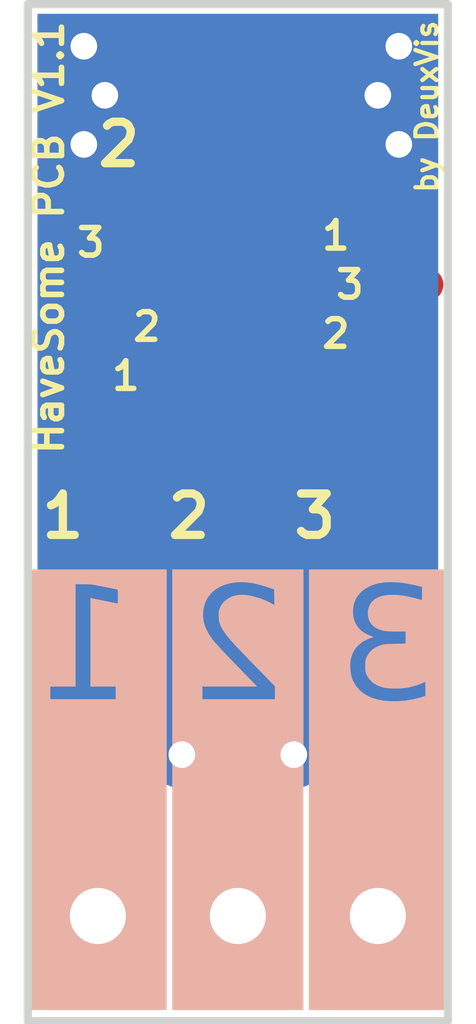
<source format=kicad_pcb>
(kicad_pcb (version 4) (host pcbnew 4.0.5-e0-6337~49~ubuntu14.04.1)

  (general
    (links 23)
    (no_connects 1)
    (area 122.118837 92.2116 157.281163 115.475733)
    (thickness 1.6)
    (drawings 22)
    (tracks 98)
    (zones 0)
    (modules 14)
    (nets 4)
  )

  (page A4 portrait)
  (title_block
    (title HaveSomePCB)
    (date 2017-01-18)
    (rev 1.1)
    (company DeuxVis)
  )

  (layers
    (0 F.Cu signal)
    (31 B.Cu signal)
    (32 B.Adhes user)
    (33 F.Adhes user)
    (34 B.Paste user)
    (35 F.Paste user)
    (36 B.SilkS user)
    (37 F.SilkS user)
    (38 B.Mask user)
    (39 F.Mask user)
    (40 Dwgs.User user)
    (41 Cmts.User user)
    (42 Eco1.User user)
    (43 Eco2.User user)
    (44 Edge.Cuts user)
    (45 Margin user)
    (46 B.CrtYd user)
    (47 F.CrtYd user)
    (48 B.Fab user)
    (49 F.Fab user)
  )

  (setup
    (last_trace_width 0.1524)
    (user_trace_width 0.1524)
    (user_trace_width 0.2286)
    (user_trace_width 0.3048)
    (user_trace_width 0.6096)
    (user_trace_width 0.9144)
    (user_trace_width 1.2192)
    (trace_clearance 0.1524)
    (zone_clearance 0.1)
    (zone_45_only no)
    (trace_min 0.1524)
    (segment_width 0.2)
    (edge_width 0.15)
    (via_size 0.6858)
    (via_drill 0.3302)
    (via_min_size 0.6858)
    (via_min_drill 0.3302)
    (user_via 0.6858 0.3302)
    (user_via 0.8382 0.4826)
    (user_via 0.9906 0.635)
    (uvia_size 0.762)
    (uvia_drill 0.508)
    (uvias_allowed no)
    (uvia_min_size 0.0762)
    (uvia_min_drill 0.0508)
    (pcb_text_width 0.3)
    (pcb_text_size 1.5 1.5)
    (mod_edge_width 0.15)
    (mod_text_size 1 1)
    (mod_text_width 0.15)
    (pad_size 2.6576 2.032)
    (pad_drill 0)
    (pad_to_mask_clearance 0.2)
    (aux_axis_origin 0 0)
    (grid_origin 135.89 93.98)
    (visible_elements 7FFCFFFF)
    (pcbplotparams
      (layerselection 0x010f0_80000001)
      (usegerberextensions true)
      (excludeedgelayer true)
      (linewidth 0.100000)
      (plotframeref false)
      (viasonmask false)
      (mode 1)
      (useauxorigin false)
      (hpglpennumber 1)
      (hpglpenspeed 20)
      (hpglpendiameter 15)
      (hpglpenoverlay 2)
      (psnegative false)
      (psa4output false)
      (plotreference true)
      (plotvalue true)
      (plotinvisibletext false)
      (padsonsilk false)
      (subtractmaskfromsilk false)
      (outputformat 1)
      (mirror false)
      (drillshape 0)
      (scaleselection 1)
      (outputdirectory gerbers))
  )

  (net 0 "")
  (net 1 "Net-(PINS1-Pad2)")
  (net 2 "Net-(PINS1-Pad1)")
  (net 3 "Net-(PINS1-Pad3)")

  (net_class Default "Ceci est la Netclass par défaut"
    (clearance 0.1524)
    (trace_width 0.1524)
    (via_dia 0.6858)
    (via_drill 0.3302)
    (uvia_dia 0.762)
    (uvia_drill 0.508)
    (add_net "Net-(PINS1-Pad1)")
    (add_net "Net-(PINS1-Pad2)")
    (add_net "Net-(PINS1-Pad3)")
  )

  (net_class Beefier ""
    (clearance 0.1524)
    (trace_width 0.2286)
    (via_dia 0.8382)
    (via_drill 0.4826)
    (uvia_dia 0.762)
    (uvia_drill 0.508)
  )

  (net_class Gross ""
    (clearance 0.1524)
    (trace_width 0.3048)
    (via_dia 0.9906)
    (via_drill 0.635)
    (uvia_dia 0.762)
    (uvia_drill 0.508)
  )

  (module Measurement_Points:Measurement_Point_Square-SMD-Pad_Big (layer B.Cu) (tedit 587F627E) (tstamp 575C2CF3)
    (at 139.7 96.139)
    (descr "Mesurement Point, Square, SMD Pad,  3mm x 3mm,")
    (tags "Mesurement Point Square SMD Pad 3x3mm")
    (attr virtual)
    (fp_text reference REF**22 (at 0 3) (layer B.SilkS) hide
      (effects (font (size 1 1) (thickness 0.15)) (justify mirror))
    )
    (fp_text value Measurement_Point_Square-SMD-Pad_Big (at 0 -3) (layer B.Fab)
      (effects (font (size 1 1) (thickness 0.15)) (justify mirror))
    )
    (fp_line (start -1.75 1.75) (end 1.75 1.75) (layer B.CrtYd) (width 0.05))
    (fp_line (start 1.75 1.75) (end 1.75 -1.75) (layer B.CrtYd) (width 0.05))
    (fp_line (start 1.75 -1.75) (end -1.75 -1.75) (layer B.CrtYd) (width 0.05))
    (fp_line (start -1.75 -1.75) (end -1.75 1.75) (layer B.CrtYd) (width 0.05))
    (pad 1 smd rect (at 0 0) (size 3 3) (layers B.Cu B.Mask)
      (net 1 "Net-(PINS1-Pad2)"))
  )

  (module Measurement_Points:Measurement_Point_Square-SMD-Pad_Big (layer B.Cu) (tedit 587F6295) (tstamp 575C2C2D)
    (at 141.224 99.187)
    (descr "Mesurement Point, Square, SMD Pad,  3mm x 3mm,")
    (tags "Mesurement Point Square SMD Pad 3x3mm")
    (attr virtual)
    (fp_text reference REF**22 (at 0 3) (layer B.SilkS) hide
      (effects (font (size 1 1) (thickness 0.15)) (justify mirror))
    )
    (fp_text value Measurement_Point_Square-SMD-Pad_Big (at 0 -3) (layer B.Fab)
      (effects (font (size 1 1) (thickness 0.15)) (justify mirror))
    )
    (fp_line (start -1.75 1.75) (end 1.75 1.75) (layer B.CrtYd) (width 0.05))
    (fp_line (start 1.75 1.75) (end 1.75 -1.75) (layer B.CrtYd) (width 0.05))
    (fp_line (start 1.75 -1.75) (end -1.75 -1.75) (layer B.CrtYd) (width 0.05))
    (fp_line (start -1.75 -1.75) (end -1.75 1.75) (layer B.CrtYd) (width 0.05))
    (pad 1 smd rect (at 0 0) (size 3 3) (layers B.Cu B.Mask)
      (net 1 "Net-(PINS1-Pad2)"))
  )

  (module Measurement_Points:Measurement_Point_Square-SMD-Pad_Big (layer B.Cu) (tedit 587F6288) (tstamp 575C2C25)
    (at 138.176 99.187)
    (descr "Mesurement Point, Square, SMD Pad,  3mm x 3mm,")
    (tags "Mesurement Point Square SMD Pad 3x3mm")
    (zone_connect 2)
    (attr virtual)
    (fp_text reference REF**12 (at 0 3) (layer B.SilkS) hide
      (effects (font (size 1 1) (thickness 0.15)) (justify mirror))
    )
    (fp_text value Measurement_Point_Square-SMD-Pad_Big (at 0 -3) (layer B.Fab)
      (effects (font (size 1 1) (thickness 0.15)) (justify mirror))
    )
    (fp_line (start -1.75 1.75) (end 1.75 1.75) (layer B.CrtYd) (width 0.05))
    (fp_line (start 1.75 1.75) (end 1.75 -1.75) (layer B.CrtYd) (width 0.05))
    (fp_line (start 1.75 -1.75) (end -1.75 -1.75) (layer B.CrtYd) (width 0.05))
    (fp_line (start -1.75 -1.75) (end -1.75 1.75) (layer B.CrtYd) (width 0.05))
    (pad 1 smd rect (at 0 0) (size 3 3) (layers B.Cu B.Mask)
      (net 1 "Net-(PINS1-Pad2)") (zone_connect 2))
  )

  (module Measurement_Points:Measurement_Point_Square-SMD-Pad_Big (layer B.Cu) (tedit 587F62A9) (tstamp 575C2C3D)
    (at 141.224 102.235)
    (descr "Mesurement Point, Square, SMD Pad,  3mm x 3mm,")
    (tags "Mesurement Point Square SMD Pad 3x3mm")
    (attr virtual)
    (fp_text reference REF**23 (at 0 3) (layer B.SilkS) hide
      (effects (font (size 1 1) (thickness 0.15)) (justify mirror))
    )
    (fp_text value Measurement_Point_Square-SMD-Pad_Big (at 0 -3) (layer B.Fab)
      (effects (font (size 1 1) (thickness 0.15)) (justify mirror))
    )
    (fp_line (start -1.75 1.75) (end 1.75 1.75) (layer B.CrtYd) (width 0.05))
    (fp_line (start 1.75 1.75) (end 1.75 -1.75) (layer B.CrtYd) (width 0.05))
    (fp_line (start 1.75 -1.75) (end -1.75 -1.75) (layer B.CrtYd) (width 0.05))
    (fp_line (start -1.75 -1.75) (end -1.75 1.75) (layer B.CrtYd) (width 0.05))
    (pad 1 smd rect (at 0 0) (size 3 3) (layers B.Cu B.Mask)
      (net 1 "Net-(PINS1-Pad2)"))
  )

  (module Measurement_Points:Measurement_Point_Square-SMD-Pad_Big (layer B.Cu) (tedit 587F629E) (tstamp 575C2C35)
    (at 138.176 102.235)
    (descr "Mesurement Point, Square, SMD Pad,  3mm x 3mm,")
    (tags "Mesurement Point Square SMD Pad 3x3mm")
    (zone_connect 2)
    (attr virtual)
    (fp_text reference REF**13 (at 0 3) (layer B.SilkS) hide
      (effects (font (size 1 1) (thickness 0.15)) (justify mirror))
    )
    (fp_text value Measurement_Point_Square-SMD-Pad_Big (at 0 -3) (layer B.Fab)
      (effects (font (size 1 1) (thickness 0.15)) (justify mirror))
    )
    (fp_line (start -1.75 1.75) (end 1.75 1.75) (layer B.CrtYd) (width 0.05))
    (fp_line (start 1.75 1.75) (end 1.75 -1.75) (layer B.CrtYd) (width 0.05))
    (fp_line (start 1.75 -1.75) (end -1.75 -1.75) (layer B.CrtYd) (width 0.05))
    (fp_line (start -1.75 -1.75) (end -1.75 1.75) (layer B.CrtYd) (width 0.05))
    (pad 1 smd rect (at 0 0) (size 3 3) (layers B.Cu B.Mask)
      (net 1 "Net-(PINS1-Pad2)") (zone_connect 2))
  )

  (module SOT-23 (layer F.Cu) (tedit 57516026) (tstamp 571A3644)
    (at 137.795 99.06)
    (descr "SOT-23, Standard")
    (tags SOT-23)
    (path /571A0781)
    (attr smd)
    (fp_text reference SOT23 (at 0 -2.25) (layer F.SilkS) hide
      (effects (font (size 1 1) (thickness 0.15)))
    )
    (fp_text value APE8865NL-33-HF-3 (at 0 2.3) (layer F.Fab)
      (effects (font (size 1 1) (thickness 0.15)))
    )
    (fp_line (start -1.65 -1.6) (end 1.65 -1.6) (layer F.CrtYd) (width 0.05))
    (fp_line (start 1.65 -1.6) (end 1.65 1.6) (layer F.CrtYd) (width 0.05))
    (fp_line (start 1.65 1.6) (end -1.65 1.6) (layer F.CrtYd) (width 0.05))
    (fp_line (start -1.65 1.6) (end -1.65 -1.6) (layer F.CrtYd) (width 0.05))
    (pad 1 smd rect (at -0.95 1.00076) (size 0.8001 0.8001) (layers F.Cu F.Paste F.Mask)
      (net 2 "Net-(PINS1-Pad1)"))
    (pad 2 smd rect (at 0.95 1.00076) (size 0.8001 0.8001) (layers F.Cu F.Paste F.Mask)
      (net 1 "Net-(PINS1-Pad2)"))
    (pad 3 smd rect (at 0 -0.99822) (size 0.8001 0.8001) (layers F.Cu F.Paste F.Mask)
      (net 3 "Net-(PINS1-Pad3)"))
    (model TO_SOT_Packages_SMD.3dshapes/SOT-23.wrl
      (at (xyz 0 0 0))
      (scale (xyz 1 1 1))
      (rotate (xyz 0 0 0))
    )
  )

  (module SOT-223 (layer F.Cu) (tedit 587F62F4) (tstamp 571A364C)
    (at 139.7 99.06)
    (descr "module CMS SOT223 4 pins")
    (tags "CMS SOT")
    (path /571A050A)
    (attr smd)
    (fp_text reference SOT223 (at 0 -0.762) (layer F.SilkS) hide
      (effects (font (size 1 1) (thickness 0.15)))
    )
    (fp_text value LD1117S33CTR (at 0 0.762) (layer F.Fab)
      (effects (font (size 1 1) (thickness 0.15)))
    )
    (pad 4 smd rect (at 0 -3.302) (size 3.6576 2.032) (layers F.Cu F.Paste F.Mask)
      (net 1 "Net-(PINS1-Pad2)"))
    (pad 2 smd rect (at 0 3.302) (size 1.016 2.032) (layers F.Cu F.Paste F.Mask)
      (net 1 "Net-(PINS1-Pad2)"))
    (pad 3 smd rect (at 2.286 3.302) (size 1.016 2.032) (layers F.Cu F.Paste F.Mask)
      (net 3 "Net-(PINS1-Pad3)"))
    (pad 1 smd rect (at -2.286 3.302) (size 1.016 2.032) (layers F.Cu F.Paste F.Mask)
      (net 2 "Net-(PINS1-Pad1)"))
    (model TO_SOT_Packages_SMD.3dshapes/SOT-223.wrl
      (at (xyz 0 0 0))
      (scale (xyz 0.4 0.4 0.4))
      (rotate (xyz 0 0 0))
    )
  )

  (module SOT-323 (layer F.Cu) (tedit 5751601E) (tstamp 571A3653)
    (at 141.605 99.06 90)
    (tags "SMD SOT")
    (path /571A0B46)
    (attr smd)
    (fp_text reference SOT323 (at 0.127 -2.032 90) (layer F.SilkS) hide
      (effects (font (size 1 1) (thickness 0.15)))
    )
    (fp_text value BFR92 (at 0 0 90) (layer F.Fab)
      (effects (font (size 1 1) (thickness 0.15)))
    )
    (pad 2 smd rect (at -0.65024 -0.94996 90) (size 0.59944 1.00076) (layers F.Cu F.Paste F.Mask)
      (net 1 "Net-(PINS1-Pad2)"))
    (pad 1 smd rect (at 0.65024 -0.94996 90) (size 0.59944 1.00076) (layers F.Cu F.Paste F.Mask)
      (net 2 "Net-(PINS1-Pad1)"))
    (pad 3 smd rect (at 0 0.94996 90) (size 0.59944 1.00076) (layers F.Cu F.Paste F.Mask)
      (net 3 "Net-(PINS1-Pad3)"))
    (model TO_SOT_Packages_SMD.3dshapes/SOT-323.wrl
      (at (xyz 0 0 0.001))
      (scale (xyz 0.3937 0.3937 0.3937))
      (rotate (xyz 0 0 0))
    )
  )

  (module R_0402 (layer F.Cu) (tedit 5751600D) (tstamp 571A37EF)
    (at 141.732 106.045 180)
    (descr "Resistor SMD 0402, reflow soldering, Vishay (see dcrcw.pdf)")
    (tags "resistor 0402")
    (path /571A0063)
    (attr smd)
    (fp_text reference SMD402 (at 0 -1.8 180) (layer F.SilkS) hide
      (effects (font (size 1 1) (thickness 0.15)))
    )
    (fp_text value R0402 (at 0 1.8 180) (layer F.Fab)
      (effects (font (size 1 1) (thickness 0.15)))
    )
    (fp_line (start -0.95 -0.65) (end 0.95 -0.65) (layer F.CrtYd) (width 0.05))
    (fp_line (start -0.95 0.65) (end 0.95 0.65) (layer F.CrtYd) (width 0.05))
    (fp_line (start -0.95 -0.65) (end -0.95 0.65) (layer F.CrtYd) (width 0.05))
    (fp_line (start 0.95 -0.65) (end 0.95 0.65) (layer F.CrtYd) (width 0.05))
    (pad 1 smd rect (at -0.45 0 180) (size 0.4 0.6) (layers F.Cu F.Paste F.Mask)
      (net 3 "Net-(PINS1-Pad3)"))
    (pad 2 smd rect (at 0.45 0 180) (size 0.4 0.6) (layers F.Cu F.Paste F.Mask)
      (net 1 "Net-(PINS1-Pad2)"))
    (model Resistors_SMD.3dshapes/R_0402.wrl
      (at (xyz 0 0 0))
      (scale (xyz 1 1 1))
      (rotate (xyz 0 0 0))
    )
  )

  (module R_0603 (layer F.Cu) (tedit 57516003) (tstamp 571A37F5)
    (at 138.303 106.045 180)
    (descr "Resistor SMD 0603, reflow soldering, Vishay (see dcrcw.pdf)")
    (tags "resistor 0603")
    (path /571A0145)
    (attr smd)
    (fp_text reference SMD603 (at 0 -1.9 180) (layer F.SilkS) hide
      (effects (font (size 1 1) (thickness 0.15)))
    )
    (fp_text value R0603 (at 0 1.9 180) (layer F.Fab)
      (effects (font (size 1 1) (thickness 0.15)))
    )
    (fp_line (start -1.3 -0.8) (end 1.3 -0.8) (layer F.CrtYd) (width 0.05))
    (fp_line (start -1.3 0.8) (end 1.3 0.8) (layer F.CrtYd) (width 0.05))
    (fp_line (start -1.3 -0.8) (end -1.3 0.8) (layer F.CrtYd) (width 0.05))
    (fp_line (start 1.3 -0.8) (end 1.3 0.8) (layer F.CrtYd) (width 0.05))
    (pad 1 smd rect (at -0.75 0 180) (size 0.5 0.9) (layers F.Cu F.Paste F.Mask)
      (net 1 "Net-(PINS1-Pad2)"))
    (pad 2 smd rect (at 0.75 0 180) (size 0.5 0.9) (layers F.Cu F.Paste F.Mask)
      (net 2 "Net-(PINS1-Pad1)"))
    (model Resistors_SMD.3dshapes/R_0603.wrl
      (at (xyz 0 0 0))
      (scale (xyz 1 1 1))
      (rotate (xyz 0 0 0))
    )
  )

  (module R_0805 (layer F.Cu) (tedit 57516015) (tstamp 571A37FB)
    (at 141.732 106.045 180)
    (descr "Resistor SMD 0805, reflow soldering, Vishay (see dcrcw.pdf)")
    (tags "resistor 0805")
    (path /571A01CF)
    (attr smd)
    (fp_text reference SMD805 (at 0 -2.1 180) (layer F.SilkS) hide
      (effects (font (size 1 1) (thickness 0.15)))
    )
    (fp_text value R0805 (at 0 2.1 180) (layer F.Fab)
      (effects (font (size 1 1) (thickness 0.15)))
    )
    (fp_line (start -1.6 -1) (end 1.6 -1) (layer F.CrtYd) (width 0.05))
    (fp_line (start -1.6 1) (end 1.6 1) (layer F.CrtYd) (width 0.05))
    (fp_line (start -1.6 -1) (end -1.6 1) (layer F.CrtYd) (width 0.05))
    (fp_line (start 1.6 -1) (end 1.6 1) (layer F.CrtYd) (width 0.05))
    (pad 1 smd rect (at -0.95 0 180) (size 0.7 1.3) (layers F.Cu F.Paste F.Mask)
      (net 3 "Net-(PINS1-Pad3)"))
    (pad 2 smd rect (at 0.95 0 180) (size 0.7 1.3) (layers F.Cu F.Paste F.Mask)
      (net 1 "Net-(PINS1-Pad2)"))
    (model Resistors_SMD.3dshapes/R_0805.wrl
      (at (xyz 0 0 0))
      (scale (xyz 1 1 1))
      (rotate (xyz 0 0 0))
    )
  )

  (module R_1206 (layer F.Cu) (tedit 57515FF6) (tstamp 571A3801)
    (at 138.303 106.045 180)
    (descr "Resistor SMD 1206, reflow soldering, Vishay (see dcrcw.pdf)")
    (tags "resistor 1206")
    (path /571A0284)
    (attr smd)
    (fp_text reference SMD1206 (at 0 -2.3 180) (layer F.SilkS) hide
      (effects (font (size 1 1) (thickness 0.15)))
    )
    (fp_text value R1206 (at 0 2.3 180) (layer F.Fab)
      (effects (font (size 1 1) (thickness 0.15)))
    )
    (fp_line (start -2.2 -1.2) (end 2.2 -1.2) (layer F.CrtYd) (width 0.05))
    (fp_line (start -2.2 1.2) (end 2.2 1.2) (layer F.CrtYd) (width 0.05))
    (fp_line (start -2.2 -1.2) (end -2.2 1.2) (layer F.CrtYd) (width 0.05))
    (fp_line (start 2.2 -1.2) (end 2.2 1.2) (layer F.CrtYd) (width 0.05))
    (pad 1 smd rect (at -1.45 0 180) (size 0.9 1.7) (layers F.Cu F.Paste F.Mask)
      (net 1 "Net-(PINS1-Pad2)"))
    (pad 2 smd rect (at 1.45 0 180) (size 0.9 1.7) (layers F.Cu F.Paste F.Mask)
      (net 2 "Net-(PINS1-Pad1)"))
    (model Resistors_SMD.3dshapes/R_1206.wrl
      (at (xyz 0 0 0))
      (scale (xyz 1 1 1))
      (rotate (xyz 0 0 0))
    )
  )

  (module Pin_Header_Straight_1x03 (layer F.Cu) (tedit 57515FB6) (tstamp 571A391E)
    (at 137.16 110.49 90)
    (descr "Through hole pin header")
    (tags "pin header")
    (path /571A0381)
    (fp_text reference PINS1 (at 0 -5.1 90) (layer F.SilkS) hide
      (effects (font (size 1 1) (thickness 0.15)))
    )
    (fp_text value CONN_01X03 (at 0 -3.1 90) (layer F.Fab)
      (effects (font (size 1 1) (thickness 0.15)))
    )
    (fp_line (start -1.75 -1.75) (end -1.75 6.85) (layer F.CrtYd) (width 0.05))
    (fp_line (start 1.75 -1.75) (end 1.75 6.85) (layer F.CrtYd) (width 0.05))
    (fp_line (start -1.75 -1.75) (end 1.75 -1.75) (layer F.CrtYd) (width 0.05))
    (fp_line (start -1.75 6.85) (end 1.75 6.85) (layer F.CrtYd) (width 0.05))
    (pad 1 thru_hole rect (at 0 0 90) (size 2.032 1.7272) (drill 1.016) (layers *.Cu *.Mask F.SilkS)
      (net 2 "Net-(PINS1-Pad1)"))
    (pad 2 thru_hole oval (at 0 2.54 90) (size 2.032 1.7272) (drill 1.016) (layers *.Cu *.Mask F.SilkS)
      (net 1 "Net-(PINS1-Pad2)"))
    (pad 3 thru_hole oval (at 0 5.08 90) (size 2.032 1.7272) (drill 1.016) (layers *.Cu *.Mask F.SilkS)
      (net 3 "Net-(PINS1-Pad3)"))
    (model Pin_Headers.3dshapes/Pin_Header_Straight_1x03.wrl
      (at (xyz 0 -0.1 0))
      (scale (xyz 1 1 1))
      (rotate (xyz 0 0 90))
    )
  )

  (module HaveSomeLib:NoteZone (layer B.Cu) (tedit 0) (tstamp 575A1F18)
    (at 139.7 108.204)
    (fp_text reference G*** (at 0 0) (layer B.SilkS) hide
      (effects (font (thickness 0.3)) (justify mirror))
    )
    (fp_text value LOGO (at 0.75 0) (layer B.SilkS) hide
      (effects (font (thickness 0.3)) (justify mirror))
    )
    (fp_poly (pts (xy -1.294902 -3.984314) (xy -3.735294 -3.984314) (xy -3.735294 -1.633569) (xy -3.406589 -1.633569)
      (xy -3.406589 -1.872628) (xy -2.948393 -1.872628) (xy -2.948393 -3.725334) (xy -2.805825 -3.725334)
      (xy -2.756716 -3.725001) (xy -2.714329 -3.723658) (xy -2.674427 -3.720788) (xy -2.632775 -3.715874)
      (xy -2.585137 -3.708399) (xy -2.527276 -3.697847) (xy -2.454956 -3.683701) (xy -2.439766 -3.680671)
      (xy -2.374396 -3.667571) (xy -2.314574 -3.655515) (xy -2.263414 -3.645135) (xy -2.224027 -3.637063)
      (xy -2.199526 -3.631934) (xy -2.193863 -3.630678) (xy -2.184715 -3.62769) (xy -2.17847 -3.621639)
      (xy -2.174575 -3.6092) (xy -2.172476 -3.587048) (xy -2.171619 -3.551855) (xy -2.171452 -3.500297)
      (xy -2.171451 -3.496046) (xy -2.171677 -3.447912) (xy -2.172293 -3.407907) (xy -2.173211 -3.379732)
      (xy -2.174341 -3.367087) (xy -2.174568 -3.366745) (xy -2.185019 -3.368613) (xy -2.211707 -3.373775)
      (xy -2.251343 -3.381575) (xy -2.30064 -3.391352) (xy -2.356309 -3.402448) (xy -2.415061 -3.414205)
      (xy -2.473609 -3.425964) (xy -2.528664 -3.437065) (xy -2.576937 -3.446851) (xy -2.615141 -3.454663)
      (xy -2.639987 -3.459841) (xy -2.647079 -3.461401) (xy -2.669491 -3.466733) (xy -2.669491 -1.872628)
      (xy -2.211295 -1.872628) (xy -2.211295 -1.633569) (xy -3.406589 -1.633569) (xy -3.735294 -1.633569)
      (xy -3.735294 3.984313) (xy -1.294902 3.984313) (xy -1.294902 -3.984314)) (layer B.SilkS) (width 0.01))
    (fp_poly (pts (xy 1.185333 -3.984314) (xy -1.185334 -3.984314) (xy -1.185334 -1.633569) (xy -0.647451 -1.633569)
      (xy -0.647451 -1.872628) (xy 0.339963 -1.872628) (xy -0.03098 -2.253628) (xy -0.104069 -2.329071)
      (xy -0.174816 -2.402805) (xy -0.241626 -2.473121) (xy -0.302904 -2.538308) (xy -0.357058 -2.596657)
      (xy -0.402492 -2.64646) (xy -0.437613 -2.686006) (xy -0.460826 -2.713586) (xy -0.465246 -2.719294)
      (xy -0.536374 -2.825672) (xy -0.588322 -2.929533) (xy -0.621453 -3.032225) (xy -0.636131 -3.135095)
      (xy -0.632719 -3.23949) (xy -0.622441 -3.302) (xy -0.592343 -3.39939) (xy -0.545989 -3.486569)
      (xy -0.484573 -3.562941) (xy -0.409288 -3.627907) (xy -0.321328 -3.680872) (xy -0.221884 -3.721237)
      (xy -0.112152 -3.748405) (xy 0.006677 -3.761779) (xy 0.133408 -3.760762) (xy 0.263301 -3.745368)
      (xy 0.318026 -3.734251) (xy 0.383537 -3.718243) (xy 0.451952 -3.699407) (xy 0.515386 -3.679804)
      (xy 0.520781 -3.678006) (xy 0.662392 -3.630454) (xy 0.665153 -3.482772) (xy 0.667915 -3.33509)
      (xy 0.61531 -3.365188) (xy 0.517951 -3.414877) (xy 0.415267 -3.456393) (xy 0.31089 -3.488872)
      (xy 0.208454 -3.511447) (xy 0.111589 -3.523255) (xy 0.023928 -3.52343) (xy -0.023848 -3.517384)
      (xy -0.11016 -3.492382) (xy -0.186202 -3.452539) (xy -0.249866 -3.399401) (xy -0.299041 -3.334512)
      (xy -0.314773 -3.304334) (xy -0.328664 -3.27163) (xy -0.337135 -3.243051) (xy -0.341437 -3.211599)
      (xy -0.342823 -3.170278) (xy -0.342834 -3.147608) (xy -0.339569 -3.082046) (xy -0.329102 -3.024916)
      (xy -0.309454 -2.970273) (xy -0.278646 -2.91217) (xy -0.248996 -2.865681) (xy -0.228317 -2.835642)
      (xy -0.206089 -2.805287) (xy -0.181112 -2.773298) (xy -0.152188 -2.738355) (xy -0.118118 -2.699137)
      (xy -0.077704 -2.654326) (xy -0.029748 -2.6026) (xy 0.02695 -2.542642) (xy 0.093588 -2.473129)
      (xy 0.171365 -2.392744) (xy 0.261479 -2.300165) (xy 0.306027 -2.254531) (xy 0.677333 -1.874434)
      (xy 0.677333 -1.633569) (xy -0.647451 -1.633569) (xy -1.185334 -1.633569) (xy -1.185334 3.984313)
      (xy 1.185333 3.984313) (xy 1.185333 -3.984314)) (layer B.SilkS) (width 0.01))
    (fp_poly (pts (xy 3.735294 -3.984314) (xy 1.294902 -3.984314) (xy 1.294902 -2.254913) (xy 2.033653 -2.254913)
      (xy 2.042093 -2.349442) (xy 2.046373 -2.372101) (xy 2.075803 -2.464611) (xy 2.122307 -2.547858)
      (xy 2.184702 -2.620548) (xy 2.261804 -2.681386) (xy 2.352427 -2.729078) (xy 2.384111 -2.741359)
      (xy 2.45234 -2.765704) (xy 2.392317 -2.78759) (xy 2.301548 -2.83017) (xy 2.225512 -2.88577)
      (xy 2.164936 -2.953262) (xy 2.120544 -3.03152) (xy 2.093061 -3.119415) (xy 2.083213 -3.215819)
      (xy 2.085005 -3.265306) (xy 2.100938 -3.363307) (xy 2.132537 -3.449675) (xy 2.174259 -3.517831)
      (xy 2.243172 -3.593285) (xy 2.326274 -3.655167) (xy 2.423029 -3.703324) (xy 2.532903 -3.737601)
      (xy 2.655359 -3.757847) (xy 2.789863 -3.763907) (xy 2.93588 -3.755629) (xy 2.985235 -3.74989)
      (xy 3.183152 -3.715399) (xy 3.30947 -3.68476) (xy 3.346823 -3.674762) (xy 3.346823 -3.54957)
      (xy 3.34662 -3.497805) (xy 3.345714 -3.46296) (xy 3.343665 -3.44204) (xy 3.340028 -3.432044)
      (xy 3.334363 -3.429974) (xy 3.329392 -3.431456) (xy 3.301704 -3.440666) (xy 3.259123 -3.452419)
      (xy 3.206344 -3.46564) (xy 3.148065 -3.479254) (xy 3.088982 -3.492187) (xy 3.033793 -3.503366)
      (xy 2.987194 -3.511717) (xy 2.963333 -3.515168) (xy 2.838725 -3.524788) (xy 2.727566 -3.521908)
      (xy 2.630289 -3.506742) (xy 2.547328 -3.479502) (xy 2.479116 -3.440403) (xy 2.426084 -3.389659)
      (xy 2.388666 -3.327483) (xy 2.367295 -3.25409) (xy 2.363115 -3.218691) (xy 2.366001 -3.137737)
      (xy 2.386307 -3.065751) (xy 2.423227 -3.003656) (xy 2.475958 -2.952371) (xy 2.543695 -2.912818)
      (xy 2.625633 -2.885918) (xy 2.659529 -2.879333) (xy 2.692495 -2.87566) (xy 2.740056 -2.87254)
      (xy 2.796887 -2.870219) (xy 2.857664 -2.868947) (xy 2.886137 -2.868781) (xy 3.048 -2.868706)
      (xy 3.048 -2.641934) (xy 2.851274 -2.637217) (xy 2.778442 -2.63514) (xy 2.722016 -2.632628)
      (xy 2.678479 -2.629342) (xy 2.644316 -2.624942) (xy 2.61601 -2.61909) (xy 2.59265 -2.612307)
      (xy 2.507847 -2.576976) (xy 2.438905 -2.530878) (xy 2.384054 -2.472528) (xy 2.342138 -2.401745)
      (xy 2.329931 -2.37338) (xy 2.322193 -2.347298) (xy 2.317948 -2.317509) (xy 2.316221 -2.278024)
      (xy 2.315988 -2.241177) (xy 2.316582 -2.191597) (xy 2.318975 -2.15571) (xy 2.324236 -2.127301)
      (xy 2.333436 -2.100155) (xy 2.344662 -2.07449) (xy 2.38761 -2.004647) (xy 2.446705 -1.945509)
      (xy 2.520733 -1.898013) (xy 2.608479 -1.863093) (xy 2.625209 -1.858331) (xy 2.66033 -1.851146)
      (xy 2.708205 -1.844378) (xy 2.761675 -1.838933) (xy 2.79898 -1.836372) (xy 2.9499 -1.837357)
      (xy 3.096832 -1.855992) (xy 3.237058 -1.891815) (xy 3.32848 -1.926311) (xy 3.406588 -1.96008)
      (xy 3.406588 -1.693974) (xy 3.322397 -1.668294) (xy 3.183816 -1.632603) (xy 3.043267 -1.608861)
      (xy 2.903603 -1.597023) (xy 2.767672 -1.597044) (xy 2.638327 -1.608879) (xy 2.518418 -1.632483)
      (xy 2.410794 -1.667812) (xy 2.376039 -1.683186) (xy 2.284668 -1.736228) (xy 2.204734 -1.801819)
      (xy 2.138741 -1.877465) (xy 2.089194 -1.960671) (xy 2.082681 -1.975169) (xy 2.054575 -2.060911)
      (xy 2.038023 -2.156448) (xy 2.033653 -2.254913) (xy 1.294902 -2.254913) (xy 1.294902 3.984313)
      (xy 3.735294 3.984313) (xy 3.735294 -3.984314)) (layer B.SilkS) (width 0.01))
  )

  (gr_text 2 (at 137.541 96.52) (layer F.SilkS)
    (effects (font (size 0.75 0.75) (thickness 0.15)))
  )
  (gr_text 3 (at 141.732 99.06) (layer F.SilkS)
    (effects (font (size 0.5 0.5) (thickness 0.1)))
  )
  (gr_text 2 (at 141.478 99.949) (layer F.SilkS)
    (effects (font (size 0.5 0.5) (thickness 0.1)))
  )
  (gr_text 1 (at 141.478 98.171) (layer F.SilkS)
    (effects (font (size 0.5 0.5) (thickness 0.1)))
  )
  (gr_text 3 (at 137.033 98.298) (layer F.SilkS)
    (effects (font (size 0.5 0.5) (thickness 0.1)))
  )
  (gr_text 2 (at 138.049 99.822) (layer F.SilkS)
    (effects (font (size 0.5 0.5) (thickness 0.1)))
  )
  (gr_text 1 (at 137.668 100.711) (layer F.SilkS)
    (effects (font (size 0.5 0.5) (thickness 0.1)))
  )
  (gr_text 3 (at 141.097 103.251) (layer F.SilkS)
    (effects (font (size 0.75 0.75) (thickness 0.15)))
  )
  (gr_text 2 (at 138.811 103.251) (layer F.SilkS)
    (effects (font (size 0.75 0.75) (thickness 0.15)))
  )
  (gr_text 1 (at 136.525 103.251) (layer F.SilkS)
    (effects (font (size 0.75 0.75) (thickness 0.15)))
  )
  (gr_text "by DeuxVis" (at 143.129 94.234 90) (layer F.SilkS)
    (effects (font (size 0.381 0.381) (thickness 0.0762)) (justify right))
  )
  (gr_text "HaveSome PCB V1.1" (at 136.271 94.234 90) (layer F.SilkS)
    (effects (font (size 0.508 0.508) (thickness 0.1016)) (justify right))
  )
  (gr_line (start 135.89 112.395) (end 143.51 112.395) (angle 90) (layer Edge.Cuts) (width 0.15))
  (gr_line (start 135.89 93.98) (end 135.89 112.395) (angle 90) (layer Edge.Cuts) (width 0.15))
  (gr_line (start 143.51 93.98) (end 135.89 93.98) (angle 90) (layer Edge.Cuts) (width 0.15))
  (gr_line (start 143.51 112.395) (end 143.51 93.98) (angle 90) (layer Edge.Cuts) (width 0.15))
  (gr_text 3 (at 142.24 108.204) (layer B.SilkS)
    (effects (font (size 1.5 1.5) (thickness 0.3)) (justify mirror))
  )
  (gr_text 2 (at 139.7 108.204) (layer B.SilkS)
    (effects (font (size 1.5 1.5) (thickness 0.3)) (justify mirror))
  )
  (gr_text 1 (at 137.16 108.204) (layer B.SilkS)
    (effects (font (size 1.5 1.5) (thickness 0.3)) (justify mirror))
  )
  (gr_text 3 (at 142.24 108.204) (layer F.SilkS)
    (effects (font (size 1.5 1.5) (thickness 0.3)))
  )
  (gr_text 2 (at 139.7 108.204) (layer F.SilkS)
    (effects (font (size 1.5 1.5) (thickness 0.3)))
  )
  (gr_text 1 (at 137.16 108.204) (layer F.SilkS)
    (effects (font (size 1.5 1.5) (thickness 0.3)))
  )

  (segment (start 142.621 96.52) (end 142.621 96.012) (width 0.6096) (layer B.Cu) (net 1))
  (via (at 142.621 96.52) (size 0.8382) (drill 0.4826) (layers F.Cu B.Cu) (net 1))
  (via (at 142.24 95.631) (size 0.8382) (drill 0.4826) (layers F.Cu B.Cu) (net 1) (status 30))
  (segment (start 142.621 95.25) (end 142.24 95.631) (width 0.6096) (layer B.Cu) (net 1) (tstamp 587F67AC))
  (via (at 142.621 94.742) (size 0.8382) (drill 0.4826) (layers F.Cu B.Cu) (net 1))
  (segment (start 142.621 94.742) (end 142.621 95.25) (width 0.6096) (layer B.Cu) (net 1))
  (segment (start 142.24 95.631) (end 140.208 95.631) (width 0.6096) (layer B.Cu) (net 1))
  (segment (start 142.621 96.012) (end 142.24 95.631) (width 0.6096) (layer B.Cu) (net 1) (tstamp 587F67B0))
  (segment (start 140.208 95.631) (end 139.7 96.139) (width 0.6096) (layer B.Cu) (net 1) (tstamp 587F67A1))
  (segment (start 136.906 96.52) (end 136.906 96.012) (width 0.6096) (layer B.Cu) (net 1))
  (segment (start 136.906 95.25) (end 137.287 95.631) (width 0.6096) (layer B.Cu) (net 1) (tstamp 587F678C))
  (segment (start 139.192 95.631) (end 137.287 95.631) (width 0.6096) (layer B.Cu) (net 1))
  (via (at 137.287 95.631) (size 0.8382) (drill 0.4826) (layers F.Cu B.Cu) (net 1) (status 30))
  (segment (start 136.906 96.52) (end 136.906 94.742) (width 1) (layer F.Cu) (net 1))
  (via (at 136.906 94.742) (size 0.8382) (drill 0.4826) (layers F.Cu B.Cu) (net 1) (status 30))
  (via (at 136.906 96.52) (size 0.8382) (drill 0.4826) (layers F.Cu B.Cu) (net 1) (status 30))
  (segment (start 136.906 94.742) (end 136.906 95.25) (width 0.6096) (layer B.Cu) (net 1))
  (segment (start 136.906 96.012) (end 137.287 95.631) (width 0.6096) (layer B.Cu) (net 1) (tstamp 587F6796))
  (segment (start 139.192 95.631) (end 139.7 96.139) (width 0.6096) (layer B.Cu) (net 1) (tstamp 587F677D))
  (segment (start 139.753 106.045) (end 139.753 108.170875) (width 1.2192) (layer F.Cu) (net 1))
  (segment (start 139.719875 108.204) (end 139.7 108.204) (width 1.2192) (layer F.Cu) (net 1) (tstamp 587F649A))
  (segment (start 139.753 108.170875) (end 139.719875 108.204) (width 1.2192) (layer F.Cu) (net 1) (tstamp 587F6494))
  (segment (start 140.716 107.569) (end 139.7 107.569) (width 1.2192) (layer B.Cu) (net 1))
  (via (at 140.716 107.569) (size 0.8382) (drill 0.4826) (layers F.Cu B.Cu) (net 1))
  (segment (start 138.684 107.569) (end 139.7 107.569) (width 1.2192) (layer B.Cu) (net 1))
  (via (at 138.684 107.569) (size 0.8382) (drill 0.4826) (layers F.Cu B.Cu) (net 1))
  (segment (start 139.7 107.569) (end 139.7 109.347) (width 1.2192) (layer B.Cu) (net 1) (tstamp 587F6367))
  (segment (start 139.7 108.204) (end 140.716 107.569) (width 0.9144) (layer F.Cu) (net 1) (tstamp 587F6018))
  (segment (start 140.716 107.569) (end 139.753 106.045) (width 0.9144) (layer F.Cu) (net 1) (tstamp 587F60F3))
  (segment (start 139.753 104.521) (end 139.753 104.14) (width 0.9144) (layer F.Cu) (net 1) (tstamp 587F5CC8))
  (segment (start 139.753 103.886) (end 139.753 102.415) (width 0.9144) (layer F.Cu) (net 1) (tstamp 5752FF94))
  (segment (start 139.753 106.045) (end 139.753 104.521) (width 0.9144) (layer F.Cu) (net 1))
  (segment (start 139.753 104.14) (end 139.753 103.886) (width 0.9144) (layer F.Cu) (net 1) (tstamp 587F5FA2))
  (segment (start 139.7 100.06076) (end 139.7 100.838) (width 0.6096) (layer F.Cu) (net 1))
  (segment (start 139.7 100.838) (end 139.7 102.362) (width 0.6096) (layer F.Cu) (net 1) (tstamp 587F5DC0))
  (segment (start 140.65504 99.71024) (end 139.71524 99.71024) (width 0.6) (layer F.Cu) (net 1))
  (segment (start 139.71524 99.71024) (end 139.7 99.695) (width 0.6) (layer F.Cu) (net 1) (tstamp 5752FEC9))
  (segment (start 138.745 100.06076) (end 138.745 100.7085) (width 0.8) (layer F.Cu) (net 1))
  (segment (start 138.745 100.7085) (end 138.7475 100.711) (width 0.8) (layer F.Cu) (net 1) (tstamp 5752FE19))
  (segment (start 139.753 102.415) (end 139.7 102.362) (width 0.5) (layer F.Cu) (net 1) (tstamp 571CB3DE))
  (segment (start 139.7 106.098) (end 138.684 107.569) (width 0.9144) (layer F.Cu) (net 1))
  (segment (start 138.684 107.569) (end 139.580471 108.174118) (width 0.9144) (layer F.Cu) (net 1) (tstamp 587F5D85))
  (segment (start 139.580471 108.174118) (end 139.7 108.204) (width 0.9144) (layer F.Cu) (net 1) (tstamp 587F6016))
  (segment (start 139.7 108.204) (end 139.7 110.49) (width 0.9144) (layer F.Cu) (net 1) (tstamp 571CB34F))
  (segment (start 139.7 106.098) (end 139.753 106.045) (width 0.5) (layer F.Cu) (net 1) (tstamp 571CB3BC))
  (segment (start 141.29 106.045) (end 139.245 106.045) (width 0.3048) (layer F.Cu) (net 1))
  (segment (start 139.053 106.045) (end 139.753 106.045) (width 0.5) (layer F.Cu) (net 1))
  (segment (start 140.65504 99.71024) (end 140.06576 99.71024) (width 0.5) (layer F.Cu) (net 1))
  (segment (start 139.71524 100.06076) (end 139.7 100.06076) (width 0.5) (layer F.Cu) (net 1) (tstamp 571CB344))
  (segment (start 139.7 100.06076) (end 138.745 100.06076) (width 0.6096) (layer F.Cu) (net 1) (tstamp 571CB347) (status 20))
  (segment (start 140.06576 99.71024) (end 139.71524 100.06076) (width 0.5) (layer F.Cu) (net 1) (tstamp 571CB343))
  (segment (start 142.621 94.742) (end 142.621 96.52) (width 1) (layer F.Cu) (net 1))
  (segment (start 142.065 95.631) (end 142.621 96.52) (width 1) (layer F.Cu) (net 1))
  (segment (start 142.065 95.631) (end 142.065 95.25) (width 1) (layer F.Cu) (net 1))
  (segment (start 139.7 95.758) (end 142.065 95.631) (width 1) (layer F.Cu) (net 1))
  (segment (start 142.065 95.25) (end 142.621 94.742) (width 1) (layer F.Cu) (net 1) (tstamp 57516F49))
  (segment (start 137.16 95.631) (end 137.16 95.885) (width 1) (layer F.Cu) (net 1) (status 30))
  (segment (start 137.16 95.885) (end 136.779 96.52) (width 1) (layer F.Cu) (net 1) (tstamp 57516FA0) (status 30))
  (segment (start 137.16 95.631) (end 137.16 95.123) (width 1) (layer F.Cu) (net 1) (status 30))
  (segment (start 139.7 95.758) (end 137.16 95.631) (width 1) (layer F.Cu) (net 1) (status 20))
  (segment (start 137.16 95.123) (end 136.779 94.742) (width 1) (layer F.Cu) (net 1) (tstamp 57516F90) (status 30))
  (segment (start 137.414 102.362) (end 137.414 103.886) (width 0.6096) (layer F.Cu) (net 2))
  (segment (start 137.414 103.886) (end 136.853 104.447) (width 0.6096) (layer F.Cu) (net 2) (tstamp 571CB3D4))
  (segment (start 136.853 104.447) (end 136.853 106.045) (width 0.6096) (layer F.Cu) (net 2) (tstamp 571CB3D5))
  (segment (start 140.65504 98.40976) (end 139.90574 98.40976) (width 0.6096) (layer F.Cu) (net 2))
  (segment (start 139.33424 98.40976) (end 138.684 99.06) (width 0.6096) (layer F.Cu) (net 2) (tstamp 571CB352))
  (segment (start 138.684 99.06) (end 137.668 99.06) (width 0.6096) (layer F.Cu) (net 2) (tstamp 571CB353))
  (segment (start 137.668 99.06) (end 136.845 99.883) (width 0.6096) (layer F.Cu) (net 2) (tstamp 571CB354) (status 20))
  (segment (start 139.90574 98.40976) (end 139.33424 98.40976) (width 0.6096) (layer F.Cu) (net 2) (tstamp 5752FEC0))
  (segment (start 136.845 100.06076) (end 136.845 100.7085) (width 0.8) (layer F.Cu) (net 2))
  (segment (start 136.845 100.7085) (end 136.8425 100.711) (width 0.8) (layer F.Cu) (net 2) (tstamp 5752FE10))
  (segment (start 137.414 102.362) (end 137.033 100.711) (width 0.6096) (layer F.Cu) (net 2))
  (segment (start 137.033 100.711) (end 136.845 100.06076) (width 0.6096) (layer F.Cu) (net 2) (tstamp 571CB3D1) (status 20))
  (segment (start 137.054 106.246) (end 137.054 108.204) (width 0.6096) (layer F.Cu) (net 2))
  (segment (start 137.054 108.204) (end 137.054 110.384) (width 0.6096) (layer F.Cu) (net 2) (tstamp 571CB35D))
  (segment (start 137.054 106.246) (end 136.853 106.045) (width 0.5) (layer F.Cu) (net 2) (tstamp 571CB3C4))
  (segment (start 137.553 106.045) (end 136.853 106.045) (width 0.5) (layer F.Cu) (net 2))
  (segment (start 137.054 110.384) (end 137.16 110.49) (width 0.5) (layer F.Cu) (net 2) (tstamp 571CB35E))
  (segment (start 137.795 98.06178) (end 137.795 97.536) (width 0.6) (layer F.Cu) (net 3))
  (segment (start 141.986 102.362) (end 141.986 103.886) (width 0.6096) (layer F.Cu) (net 3))
  (segment (start 141.986 103.886) (end 142.682 104.582) (width 0.6096) (layer F.Cu) (net 3) (tstamp 571CB3CB))
  (segment (start 142.682 104.582) (end 142.682 106.045) (width 0.6096) (layer F.Cu) (net 3) (tstamp 571CB3CC))
  (segment (start 142.55496 99.06) (end 143.129 99.06) (width 0.6) (layer F.Cu) (net 3))
  (segment (start 142.24 108.204) (end 142.24 107.696) (width 0.6096) (layer F.Cu) (net 3))
  (segment (start 142.24 107.696) (end 142.748 107.188) (width 0.6096) (layer F.Cu) (net 3) (tstamp 571CB3BF))
  (segment (start 142.748 107.188) (end 142.748 106.111) (width 0.6096) (layer F.Cu) (net 3) (tstamp 571CB374))
  (segment (start 142.24 110.49) (end 142.24 108.204) (width 0.6096) (layer F.Cu) (net 3))
  (segment (start 142.748 106.111) (end 142.682 106.045) (width 0.5) (layer F.Cu) (net 3) (tstamp 571CB375))
  (segment (start 142.182 106.045) (end 142.682 106.045) (width 0.3048) (layer F.Cu) (net 3))
  (segment (start 141.986 102.362) (end 141.986 102.87) (width 0.5) (layer F.Cu) (net 3))
  (segment (start 142.55496 99.06) (end 142.55496 100.39096) (width 0.6096) (layer F.Cu) (net 3))
  (segment (start 142.55496 100.39096) (end 141.986 100.95992) (width 0.6096) (layer F.Cu) (net 3) (tstamp 571CB311))
  (segment (start 141.986 100.95992) (end 141.986 102.362) (width 0.6096) (layer F.Cu) (net 3) (tstamp 571CB312))
  (segment (start 137.795 98.06178) (end 137.795 97.917) (width 0.5) (layer F.Cu) (net 3) (status 30))
  (segment (start 137.795 97.917) (end 138.176 97.536) (width 0.6096) (layer F.Cu) (net 3) (tstamp 571CB309) (status 10))
  (segment (start 142.55496 97.85096) (end 142.55496 99.06) (width 0.6096) (layer F.Cu) (net 3) (tstamp 571CB30C))
  (segment (start 142.24 97.536) (end 142.55496 97.85096) (width 0.6096) (layer F.Cu) (net 3) (tstamp 571CB30B))
  (segment (start 138.176 97.536) (end 142.24 97.536) (width 0.6096) (layer F.Cu) (net 3) (tstamp 571CB30A))

  (zone (net 1) (net_name "Net-(PINS1-Pad2)") (layer F.Cu) (tstamp 57514E19) (hatch edge 0.508)
    (connect_pads (clearance 0.1))
    (min_thickness 0.0254)
    (fill yes (arc_segments 16) (thermal_gap 0) (thermal_bridge_width 2))
    (polygon
      (pts
        (xy 143.51 97.028) (xy 135.89 97.028) (xy 135.89 93.98) (xy 143.51 93.98)
      )
    )
    (filled_polygon
      (pts
        (xy 143.3223 97.0153) (xy 136.0777 97.0153) (xy 136.0777 96.269175) (xy 137.8585 96.269175) (xy 137.8585 96.776526)
        (xy 137.860434 96.781194) (xy 137.864006 96.784767) (xy 137.868674 96.7867) (xy 138.782425 96.7867) (xy 138.7856 96.783525)
        (xy 138.7856 96.266) (xy 140.6144 96.266) (xy 140.6144 96.783525) (xy 140.617575 96.7867) (xy 141.531326 96.7867)
        (xy 141.535994 96.784767) (xy 141.539566 96.781194) (xy 141.5415 96.776526) (xy 141.5415 96.269175) (xy 141.538325 96.266)
        (xy 140.6144 96.266) (xy 138.7856 96.266) (xy 137.861675 96.266) (xy 137.8585 96.269175) (xy 136.0777 96.269175)
        (xy 136.0777 94.739474) (xy 137.8585 94.739474) (xy 137.8585 95.246825) (xy 137.861675 95.25) (xy 138.7856 95.25)
        (xy 138.7856 94.732475) (xy 140.6144 94.732475) (xy 140.6144 95.25) (xy 141.538325 95.25) (xy 141.5415 95.246825)
        (xy 141.5415 94.739474) (xy 141.539566 94.734806) (xy 141.535994 94.731233) (xy 141.531326 94.7293) (xy 140.617575 94.7293)
        (xy 140.6144 94.732475) (xy 138.7856 94.732475) (xy 138.782425 94.7293) (xy 137.868674 94.7293) (xy 137.864006 94.731233)
        (xy 137.860434 94.734806) (xy 137.8585 94.739474) (xy 136.0777 94.739474) (xy 136.0777 94.1677) (xy 143.3223 94.1677)
      )
    )
  )
  (zone (net 1) (net_name "Net-(PINS1-Pad2)") (layer B.Cu) (tstamp 5751451B) (hatch edge 0.508)
    (connect_pads yes (clearance 0.1))
    (min_thickness 0.0254)
    (fill yes (arc_segments 16) (thermal_gap 0.508) (thermal_bridge_width 0.508))
    (polygon
      (pts
        (xy 143.51 107.95) (xy 135.89 107.95) (xy 135.89 93.98) (xy 143.51 93.98)
      )
    )
    (filled_polygon
      (pts
        (xy 143.3223 107.9373) (xy 136.0777 107.9373) (xy 136.0777 94.1677) (xy 143.3223 94.1677)
      )
    )
  )
)

</source>
